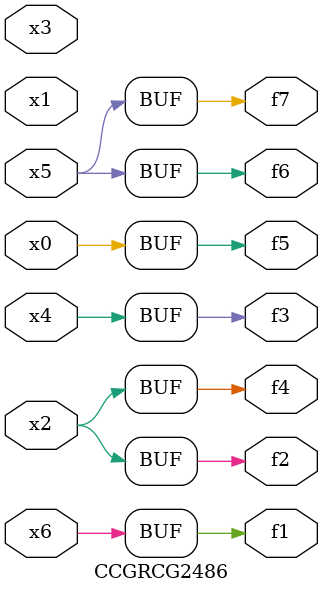
<source format=v>
module CCGRCG2486(
	input x0, x1, x2, x3, x4, x5, x6,
	output f1, f2, f3, f4, f5, f6, f7
);
	assign f1 = x6;
	assign f2 = x2;
	assign f3 = x4;
	assign f4 = x2;
	assign f5 = x0;
	assign f6 = x5;
	assign f7 = x5;
endmodule

</source>
